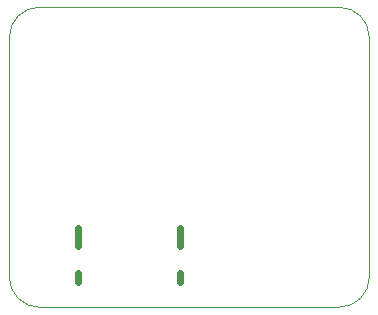
<source format=gbr>
%TF.GenerationSoftware,KiCad,Pcbnew,8.0.4*%
%TF.CreationDate,2024-08-06T00:45:31-04:00*%
%TF.ProjectId,esp32-c3-wroom-socket,65737033-322d-4633-932d-77726f6f6d2d,rev?*%
%TF.SameCoordinates,Original*%
%TF.FileFunction,Profile,NP*%
%FSLAX46Y46*%
G04 Gerber Fmt 4.6, Leading zero omitted, Abs format (unit mm)*
G04 Created by KiCad (PCBNEW 8.0.4) date 2024-08-06 00:45:31*
%MOMM*%
%LPD*%
G01*
G04 APERTURE LIST*
%TA.AperFunction,Profile*%
%ADD10C,0.609600*%
%TD*%
%TA.AperFunction,Profile*%
%ADD11C,0.050000*%
%TD*%
G04 APERTURE END LIST*
D10*
%TO.C,J4*%
X147250015Y-77164301D02*
X147250015Y-75665701D01*
X147250030Y-80193700D02*
X147250030Y-79406300D01*
X155900000Y-77164300D02*
X155900000Y-75665700D01*
X155900000Y-80193700D02*
X155900000Y-79406300D01*
D11*
%TO.C,J2*%
X141470000Y-79800000D02*
X141470000Y-59480000D01*
X144010000Y-56940000D02*
X169410000Y-56940000D01*
X169410000Y-82340000D02*
X144010000Y-82340000D01*
X171950000Y-59480000D02*
X171950000Y-79800000D01*
X141470000Y-59480000D02*
G75*
G02*
X144010000Y-56940000I2540001J-1D01*
G01*
X144010000Y-82340000D02*
G75*
G02*
X141470000Y-79800000I1J2540001D01*
G01*
X169410000Y-56940000D02*
G75*
G02*
X171950000Y-59480000I0J-2540000D01*
G01*
X171950000Y-79800000D02*
G75*
G02*
X169410000Y-82340000I-2540000J0D01*
G01*
%TD*%
M02*

</source>
